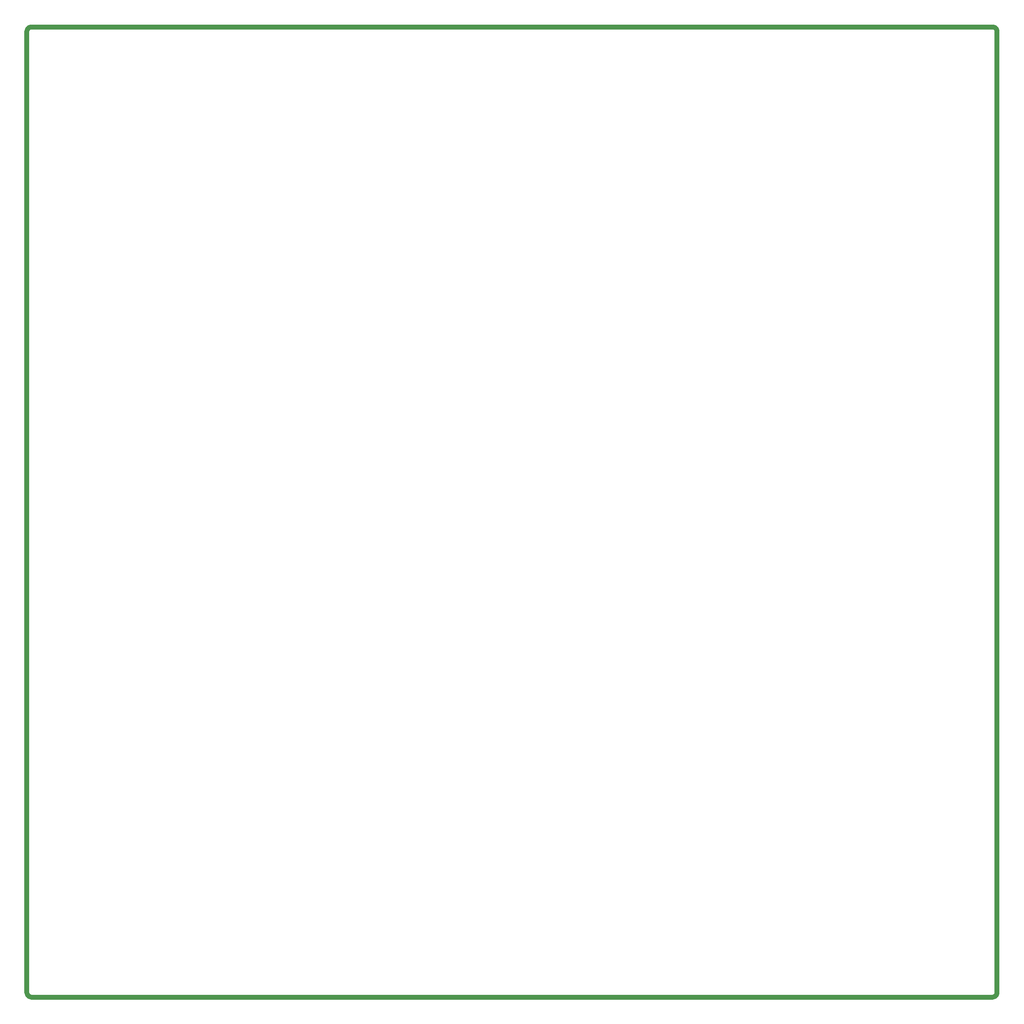
<source format=gko>
G04*
G04 #@! TF.GenerationSoftware,Altium Limited,Altium Designer,21.3.2 (30)*
G04*
G04 Layer_Color=16711935*
%FSLAX25Y25*%
%MOIN*%
G70*
G04*
G04 #@! TF.SameCoordinates,467638F3-B4FA-417D-9A7E-59FD0AE83611*
G04*
G04*
G04 #@! TF.FilePolarity,Positive*
G04*
G01*
G75*
%ADD13C,0.03937*%
D13*
X783465Y0D02*
X784483Y134D01*
X785433Y527D01*
X786248Y1153D01*
X786874Y1969D01*
X787267Y2918D01*
X787402Y3937D01*
Y783465D02*
X787267Y784484D01*
X786874Y785433D01*
X786248Y786248D01*
X785433Y786874D01*
X784483Y787267D01*
X783465Y787402D01*
X3937D02*
X2918Y787267D01*
X1969Y786874D01*
X1153Y786248D01*
X527Y785433D01*
X134Y784483D01*
X0Y783465D01*
X0Y3937D02*
X134Y2918D01*
X527Y1969D01*
X1153Y1153D01*
X1969Y527D01*
X2918Y134D01*
X3937Y0D01*
Y0D02*
X783465D01*
X787402Y3937D02*
Y783465D01*
X3937Y787402D02*
X783465D01*
X0Y3937D02*
Y783465D01*
M02*

</source>
